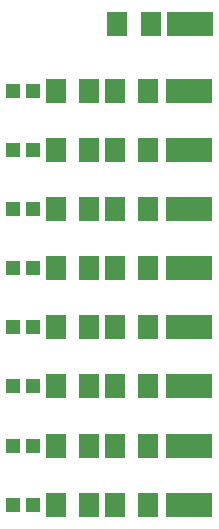
<source format=gbr>
G04 #@! TF.GenerationSoftware,KiCad,Pcbnew,5.0.0*
G04 #@! TF.CreationDate,2019-01-02T17:09:17-05:00*
G04 #@! TF.ProjectId,probe,70726F62652E6B696361645F70636200,rev?*
G04 #@! TF.SameCoordinates,Original*
G04 #@! TF.FileFunction,Soldermask,Bot*
G04 #@! TF.FilePolarity,Negative*
%FSLAX46Y46*%
G04 Gerber Fmt 4.6, Leading zero omitted, Abs format (unit mm)*
G04 Created by KiCad (PCBNEW 5.0.0) date Wed Jan  2 17:09:17 2019*
%MOMM*%
%LPD*%
G01*
G04 APERTURE LIST*
%ADD10R,1.800860X2.001520*%
%ADD11R,4.000000X2.000000*%
%ADD12R,1.303020X1.201420*%
G04 APERTURE END LIST*
D10*
G04 #@! TO.C,R50*
X117800460Y-134550000D03*
X120599540Y-134550000D03*
G04 #@! TD*
D11*
G04 #@! TO.C,J25*
X123950000Y-134550000D03*
G04 #@! TD*
G04 #@! TO.C,J16*
X123896569Y-145203433D03*
G04 #@! TD*
G04 #@! TO.C,J15*
X123896569Y-150203433D03*
G04 #@! TD*
G04 #@! TO.C,J14*
X123896569Y-155203433D03*
G04 #@! TD*
G04 #@! TO.C,J13*
X123896569Y-160203433D03*
G04 #@! TD*
G04 #@! TO.C,J12*
X123896569Y-165203433D03*
G04 #@! TD*
G04 #@! TO.C,J11*
X123896569Y-170203433D03*
G04 #@! TD*
G04 #@! TO.C,J10*
X123896569Y-175203433D03*
G04 #@! TD*
G04 #@! TO.C,J17*
X123896569Y-140203433D03*
G04 #@! TD*
D10*
G04 #@! TO.C,R42*
X120396109Y-175203433D03*
X117597029Y-175203433D03*
G04 #@! TD*
G04 #@! TO.C,R44*
X120396109Y-165203433D03*
X117597029Y-165203433D03*
G04 #@! TD*
G04 #@! TO.C,R43*
X117597029Y-170203433D03*
X120396109Y-170203433D03*
G04 #@! TD*
G04 #@! TO.C,R45*
X120396109Y-160203433D03*
X117597029Y-160203433D03*
G04 #@! TD*
G04 #@! TO.C,R49*
X117597029Y-140203433D03*
X120396109Y-140203433D03*
G04 #@! TD*
G04 #@! TO.C,R48*
X120396109Y-145203433D03*
X117597029Y-145203433D03*
G04 #@! TD*
G04 #@! TO.C,R47*
X117597029Y-150203433D03*
X120396109Y-150203433D03*
G04 #@! TD*
G04 #@! TO.C,R46*
X120396109Y-155203433D03*
X117597029Y-155203433D03*
G04 #@! TD*
D12*
G04 #@! TO.C,R33*
X108948209Y-140203433D03*
X110644929Y-140203433D03*
G04 #@! TD*
G04 #@! TO.C,R31*
X110644929Y-145203433D03*
X108948209Y-145203433D03*
G04 #@! TD*
G04 #@! TO.C,R29*
X108948209Y-150203433D03*
X110644929Y-150203433D03*
G04 #@! TD*
G04 #@! TO.C,R27*
X110644929Y-155203433D03*
X108948209Y-155203433D03*
G04 #@! TD*
G04 #@! TO.C,R19*
X108948209Y-175203433D03*
X110644929Y-175203433D03*
G04 #@! TD*
G04 #@! TO.C,R21*
X110644929Y-170203433D03*
X108948209Y-170203433D03*
G04 #@! TD*
G04 #@! TO.C,R23*
X110644929Y-165203433D03*
X108948209Y-165203433D03*
G04 #@! TD*
G04 #@! TO.C,R25*
X110644929Y-160203433D03*
X108948209Y-160203433D03*
G04 #@! TD*
D10*
G04 #@! TO.C,R20*
X112596569Y-170203433D03*
X115395649Y-170203433D03*
G04 #@! TD*
G04 #@! TO.C,R32*
X112596569Y-140203433D03*
X115395649Y-140203433D03*
G04 #@! TD*
G04 #@! TO.C,R30*
X115395649Y-145203433D03*
X112596569Y-145203433D03*
G04 #@! TD*
G04 #@! TO.C,R28*
X112596569Y-150203433D03*
X115395649Y-150203433D03*
G04 #@! TD*
G04 #@! TO.C,R26*
X115395649Y-155203433D03*
X112596569Y-155203433D03*
G04 #@! TD*
G04 #@! TO.C,R24*
X112596569Y-160203433D03*
X115395649Y-160203433D03*
G04 #@! TD*
G04 #@! TO.C,R22*
X115395649Y-165203433D03*
X112596569Y-165203433D03*
G04 #@! TD*
G04 #@! TO.C,R18*
X112596569Y-175203433D03*
X115395649Y-175203433D03*
G04 #@! TD*
M02*

</source>
